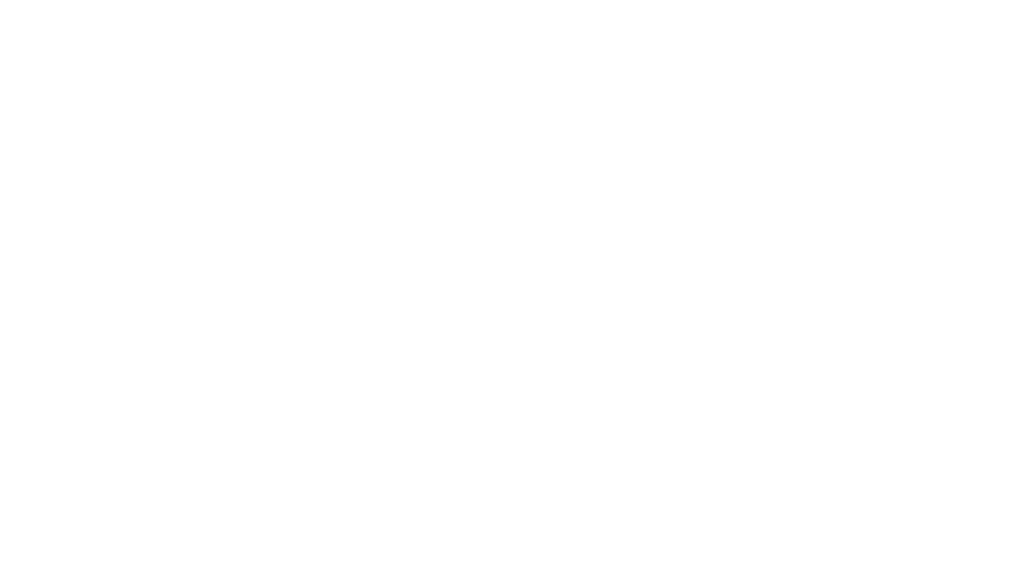
<source format=kicad_sch>
(kicad_sch (version 20230121) (generator eeschema)
  (paper "User" 999.998 550.012)
  (lib_symbols)
)
</source>
